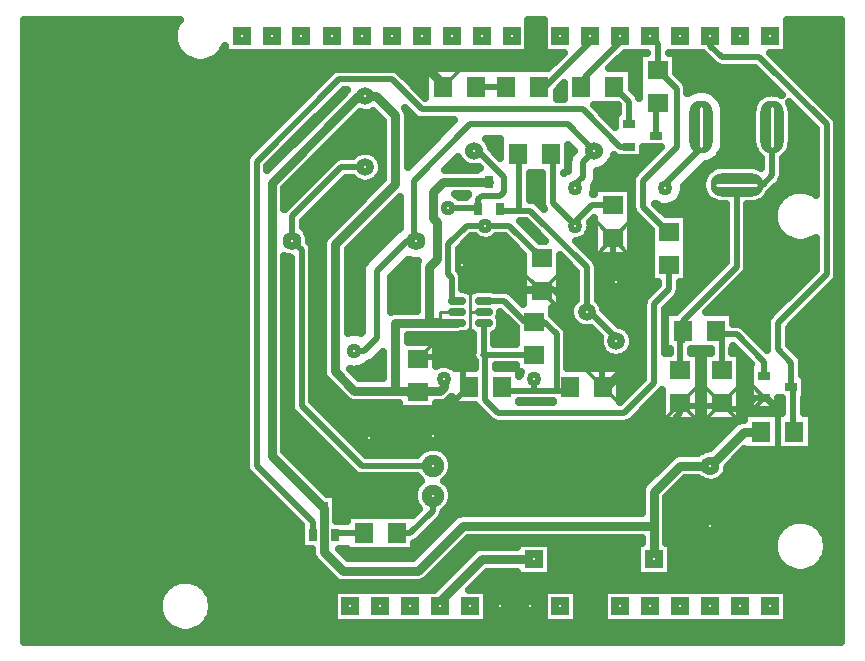
<source format=gbr>
G04 DipTrace 4.2.0.1*
G04 geiger_shield2_Top.gbr*
%MOIN*%
G04 #@! TF.FileFunction,Copper,L1,Top*
G04 #@! TF.Part,Single*
%AMOUTLINE0*
4,1,28,
-0.02874,-0.005906,
-0.02874,0.005905,
-0.028526,0.007535,
-0.027896,0.009055,
-0.026895,0.010359,
-0.025591,0.01136,
-0.024072,0.01199,
-0.022441,0.012204,
0.022441,0.012205,
0.024071,0.011991,
0.02559,0.011361,
0.026895,0.01036,
0.027896,0.009056,
0.028525,0.007536,
0.02874,0.005906,
0.02874,-0.005905,
0.028526,-0.007535,
0.027896,-0.009055,
0.026895,-0.010359,
0.025591,-0.01136,
0.024072,-0.01199,
0.022441,-0.012204,
-0.022441,-0.012205,
-0.024071,-0.011991,
-0.02559,-0.011361,
-0.026895,-0.01036,
-0.027896,-0.009056,
-0.028525,-0.007536,
-0.02874,-0.005906,
0*%
%AMOUTLINE3*
4,1,28,
0.02874,0.005906,
0.02874,-0.005905,
0.028526,-0.007535,
0.027896,-0.009055,
0.026895,-0.010359,
0.025591,-0.01136,
0.024072,-0.01199,
0.022441,-0.012204,
-0.022441,-0.012205,
-0.024071,-0.011991,
-0.02559,-0.011361,
-0.026895,-0.01036,
-0.027896,-0.009056,
-0.028525,-0.007536,
-0.02874,-0.005906,
-0.02874,0.005905,
-0.028526,0.007535,
-0.027896,0.009055,
-0.026895,0.010359,
-0.025591,0.01136,
-0.024072,0.01199,
-0.022441,0.012204,
0.022441,0.012205,
0.024071,0.011991,
0.02559,0.011361,
0.026895,0.01036,
0.027896,0.009056,
0.028525,0.007536,
0.02874,0.005906,
0*%
%ADD14C,0.01*%
G04 #@! TA.AperFunction,Conductor*
%ADD13C,0.02*%
%ADD15C,0.03*%
G04 #@! TA.AperFunction,CopperBalancing*
%ADD16C,0.025*%
%ADD17C,0.013*%
G04 #@! TA.AperFunction,ComponentPad*
%ADD18R,0.059055X0.059055*%
%ADD19C,0.050394*%
%ADD20R,0.070866X0.062992*%
G04 #@! TA.AperFunction,ComponentPad*
%ADD21C,0.062992*%
%ADD22R,0.062992X0.070866*%
G04 #@! TA.AperFunction,ComponentPad*
%ADD23C,0.062598*%
%ADD24O,0.07874X0.177165*%
%ADD25O,0.177165X0.07874*%
%ADD26C,0.059055*%
%ADD27R,0.06X0.06*%
%ADD28C,0.074803*%
%ADD29R,0.025591X0.041339*%
%ADD30R,0.041339X0.025591*%
G04 #@! TA.AperFunction,ComponentPad*
%ADD31C,0.05*%
%ADD32C,0.06*%
%ADD68OUTLINE0*%
%ADD71OUTLINE3*%
%FSLAX26Y26*%
G04*
G70*
G90*
G75*
G01*
G04 Top*
%LPD*%
X1962992Y1493799D2*
D13*
Y1390256D1*
X1961318Y1388582D1*
X2131200D1*
X1968700D1*
Y1236127D1*
X2011127Y1193700D1*
X2431200D1*
X2531200Y1293700D1*
Y1556200D1*
X2581200Y1606200D1*
Y1688582D1*
X1793700Y1118700D2*
X1812451D1*
X1824951Y1106200D1*
X1579822D1*
Y1110472D1*
X2618700Y1226082D2*
Y1218700D1*
X2756200D1*
Y1226082D1*
X2018700Y549951D2*
X2118700D1*
Y556200D1*
X2168700Y606200D1*
X2568700D1*
X2718700Y756200D1*
Y806200D1*
X2943700Y1031200D1*
Y1206200D1*
X2906102Y1243798D1*
X2898424D1*
X2868798D1*
X2831200Y1206200D1*
X2756200D1*
Y1226082D1*
X1793700Y1118700D2*
X2543700D1*
X2618700Y1193700D1*
Y1226082D1*
X2718700Y818700D2*
Y806200D1*
X2018700Y549951D2*
Y518700D1*
X1968700Y468700D1*
X1456200D1*
X1156200Y768700D1*
Y2093700D1*
X1418700Y2356200D1*
X1768700D1*
X1826082Y2298818D1*
Y2281200D1*
X1793700Y1118700D2*
X1868700Y1193700D1*
Y1236318D1*
X1913582Y1281200D1*
X1962991Y1531201D2*
D14*
X1918700D1*
Y1456200D1*
D13*
X1893700Y1431200D1*
Y1381200D1*
Y1281200D1*
X1913582D1*
X1918700Y1531201D2*
D14*
Y1606200D1*
D13*
Y1631200D1*
X2068700D1*
X2093700Y1606200D1*
X2193700D1*
X2243700Y1556200D1*
Y1493700D1*
X2356200Y1381200D1*
Y1281200D1*
Y1268700D1*
X2368700D1*
X2468700Y1368700D1*
Y1568700D1*
X2407775Y1629625D1*
X2405413D1*
Y1644487D1*
X2393701Y1656199D1*
Y1776082D1*
X2156200Y1601082D2*
X2098818D1*
X2093700Y1606200D1*
X2361318Y1281200D2*
X2356200D1*
X1892322Y1685649D2*
X1918700Y1659271D1*
Y1631200D1*
X1743699Y1373818D2*
Y1381200D1*
X1893700D1*
X2131200Y1498818D2*
X2101082D1*
X2031298Y1568602D1*
X1962991D1*
X2023818Y1281200D2*
Y1268700D1*
X2131200D1*
X2206200D1*
Y1456392D1*
X2163773Y1498818D1*
X2131200D1*
Y1306204D2*
Y1268700D1*
X2238582D1*
X2251082Y1281200D1*
X2568700Y1943700D2*
Y1956200D1*
X2688088Y2075588D1*
Y2148126D1*
X1737499Y1768700D2*
X1706855D1*
X1606200Y1668045D1*
Y1444355D1*
X1563773Y1401928D1*
X1532578D1*
X2331200Y2068707D2*
X2293700Y2031207D1*
Y1981200D1*
X2268700Y1956200D1*
Y1943700D1*
X1737499Y1768700D2*
X1731200D1*
Y1968700D1*
X1918700Y2156200D1*
X2243707D1*
X2331200Y2068707D1*
X1968700Y1818696D2*
X2048823D1*
X2156200Y1711318D1*
X1968700Y1818696D2*
X1906196D1*
X1843700Y1756200D1*
Y1656200D1*
X1856200Y1643700D1*
Y1568601D1*
X1874408D1*
X1324901Y1768700D2*
Y1849901D1*
X1488090Y2013090D1*
X1568700D1*
X1793700Y1018700D2*
X1556200D1*
X1356200Y1218700D1*
Y1737401D1*
X1324901Y1768700D1*
X1393798Y785924D2*
Y831102D1*
X1206200Y1018700D1*
Y2031200D1*
X1481200Y2306200D1*
X1656200D1*
X1756200Y2206200D1*
X2293700D1*
X2418603Y2081297D1*
X2448426D1*
X1673818Y793700D2*
X1718700D1*
X1793700Y868700D1*
Y918700D1*
X1468602Y785924D2*
Y793700D1*
X1563582D1*
X2398818Y2281202D2*
X2448424Y2231596D1*
Y2156100D1*
X1931200Y2068693D2*
X1943707D1*
X2031200Y1981200D1*
Y1931200D1*
X2018700Y1918700D1*
X1956200D1*
X1943800Y1906300D1*
Y1873423D1*
X1845078Y1876751D2*
X1935849D1*
X1943800Y1868800D1*
Y1873423D1*
X2618700Y1336318D2*
Y1431200D1*
X2626082Y1438582D1*
Y1468699D1*
Y1501082D1*
X2806204Y1681204D1*
Y1955216D1*
X2892716D1*
X2924308Y1986808D1*
Y2148133D1*
X2736318Y1468701D2*
X2748819Y1456200D1*
X2806200D1*
X2898424Y1363976D1*
Y1318602D1*
X2756200Y1336318D2*
Y1468701D1*
X2736318D1*
X1818700Y549951D2*
D15*
Y568700D1*
X1956200Y706200D1*
X2131200D1*
X2038582Y2281200D2*
D13*
X1936318D1*
X2148818D2*
X2168700D1*
X2318700Y2431200D1*
Y2449951D1*
X2393699Y1886318D2*
X2323818D1*
X2268700Y1831200D1*
Y1818704D1*
Y1831200D2*
X2256200D1*
X2193700Y1893700D1*
Y2056200D1*
X2186318D1*
X2306987Y1531200D2*
X2318700D1*
X2405413Y1444487D1*
Y1432775D1*
X2093700Y2056200D2*
X2076082D1*
X2018603Y1873426D2*
Y1868700D1*
X2306987Y1531200D2*
Y1680413D1*
X2118700Y1868700D1*
X2080153D1*
X2023329D1*
X2018603Y1873426D1*
X2080153Y1868700D2*
Y2052129D1*
X2076082Y2056200D1*
X2538976Y2118701D2*
Y2221358D1*
X2543700Y2226082D1*
Y2336318D2*
Y2424951D1*
X2518700Y2449951D1*
X2581200Y1798818D2*
X2576082D1*
X2493700Y1881200D1*
Y1968700D1*
X2606200Y2081200D1*
Y2273818D1*
X2543700Y2336318D1*
X2988976Y1281200D2*
X2993700Y1276476D1*
Y1158863D1*
X2998818Y1153745D1*
Y1131201D1*
X2988976Y1281200D2*
Y1360924D1*
X2943700Y1406200D1*
Y1493700D1*
X3106200Y1656200D1*
Y2156200D1*
X2881200Y2381200D1*
X2756200D1*
X2718700Y2418700D1*
Y2449951D1*
X2418700D2*
Y2431200D1*
X2301085Y2313585D1*
Y2293701D1*
X2288582Y2281198D1*
X1431200Y876476D2*
D15*
X1256200Y1051476D1*
Y1959785D1*
X1545725Y2249310D1*
X1568700D1*
X1831200Y1306196D2*
Y1281200D1*
X1818700Y1268700D1*
X1668700D1*
Y1493798D1*
X1781200D1*
X1874409D1*
X1818700Y1268700D2*
X1532339D1*
X1468700Y1332339D1*
Y1756200D1*
X1668700Y1956200D1*
Y2185671D1*
X1605061Y2249310D1*
X1568700D1*
X2888582Y1131199D2*
X2881199D1*
X1874409Y1531199D2*
D14*
X1818700D1*
Y1506200D1*
X1781200D1*
D15*
Y1493798D1*
X1981198Y1963976D2*
X1826476D1*
X1793700Y1931200D1*
Y1843700D1*
X1806200Y1831200D1*
Y1706200D1*
X1781200Y1681200D1*
Y1506200D1*
X1743701Y1263582D2*
X1668700Y1268700D1*
X2888582Y1131199D2*
X2831199D1*
X2718700Y1018700D1*
X2618700D1*
X2531200Y931200D1*
Y818700D1*
Y706200D1*
X1431200Y876476D2*
Y731200D1*
X1493700Y668700D1*
X1743700D1*
X1893700Y818700D1*
X2531200D1*
X434709Y2480331D2*
D16*
X933146D1*
X2114663D2*
X2160744D1*
X2976655D2*
X3152709D1*
X434709Y2455462D2*
X927943D1*
X2114663D2*
X2160744D1*
X2976655D2*
X3152709D1*
X434709Y2430594D2*
X929917D1*
X2114663D2*
X2160744D1*
X2976655D2*
X3152709D1*
X434709Y2405725D2*
X939623D1*
X2114663D2*
X2160744D1*
X2976655D2*
X3152709D1*
X434709Y2380856D2*
X961010D1*
X1076390D2*
X2215055D1*
X2421670D2*
X2479844D1*
X2607550D2*
X2703241D1*
X2934850D2*
X3152709D1*
X434709Y2355987D2*
X2190187D1*
X2396802D2*
X2479844D1*
X2607550D2*
X2728109D1*
X2959718D2*
X3152709D1*
X434709Y2331119D2*
X1452821D1*
X1684591D2*
X1766162D1*
X2458739D2*
X2479844D1*
X2607550D2*
X2877979D1*
X2984585D2*
X3152709D1*
X434709Y2306250D2*
X1427935D1*
X1709459D2*
X1766162D1*
X2458739D2*
X2479844D1*
X2627071D2*
X2902847D1*
X3009453D2*
X3152709D1*
X434709Y2281381D2*
X1403068D1*
X1734327D2*
X1766162D1*
X2458739D2*
X2479844D1*
X2643829D2*
X2927715D1*
X3034321D2*
X3152709D1*
X434709Y2256512D2*
X1378200D1*
X1484824D2*
X1492545D1*
X2208733D2*
X2228655D1*
X2740322D2*
X2894181D1*
X3059189D2*
X3152709D1*
X434709Y2231644D2*
X1353332D1*
X1459956D2*
X1467677D1*
X2759861D2*
X2866245D1*
X3084056D2*
X3152709D1*
X434709Y2206775D2*
X1328464D1*
X1435088D2*
X1442809D1*
X2346439D2*
X2409996D1*
X2767307D2*
X2857202D1*
X2991421D2*
X3002318D1*
X3108924D2*
X3152709D1*
X434709Y2181906D2*
X1303597D1*
X1410221D2*
X1417942D1*
X1538704D2*
X1612093D1*
X1712132D2*
X1727191D1*
X2371307D2*
X2399320D1*
X2767899D2*
X2856503D1*
X2992103D2*
X3027186D1*
X3133792D2*
X3152709D1*
X434709Y2157037D2*
X1278729D1*
X1385335D2*
X1393074D1*
X1513836D2*
X1625280D1*
X1712132D2*
X1849251D1*
X2767899D2*
X2856521D1*
X2992103D2*
X3052054D1*
X3144611D2*
X3152709D1*
X434709Y2132169D2*
X1253861D1*
X1360467D2*
X1368206D1*
X1488968D2*
X1625280D1*
X1712132D2*
X1824384D1*
X2767899D2*
X2856521D1*
X2992103D2*
X3067771D1*
X3144629D2*
X3152709D1*
X434709Y2107300D2*
X1228993D1*
X1335599D2*
X1343338D1*
X1464101D2*
X1625280D1*
X1712132D2*
X1799516D1*
X1974159D2*
X2016167D1*
X2767899D2*
X2856521D1*
X2992103D2*
X3067771D1*
X3144629D2*
X3152709D1*
X434709Y2082431D2*
X1204126D1*
X1310732D2*
X1318471D1*
X1439215D2*
X1625280D1*
X1712132D2*
X1774648D1*
X1987920D2*
X2016167D1*
X2766123D2*
X2858638D1*
X2989986D2*
X3067771D1*
X3144629D2*
X3152709D1*
X434709Y2057562D2*
X1179258D1*
X1285864D2*
X1293603D1*
X1414347D2*
X1533076D1*
X1604318D2*
X1625280D1*
X1712132D2*
X1749781D1*
X2008141D2*
X2016167D1*
X2497529D2*
X2529257D1*
X2755896D2*
X2871287D1*
X2977337D2*
X3067771D1*
X3144629D2*
X3152709D1*
X434709Y2032693D2*
X1167811D1*
X1260996D2*
X1268735D1*
X1389480D2*
X1454382D1*
X1712132D2*
X1724913D1*
X1865483D2*
X1885907D1*
X2391294D2*
X2504389D1*
X2730472D2*
X2885874D1*
X2962732D2*
X3067771D1*
X3144629D2*
X3152709D1*
X434709Y2007825D2*
X1167775D1*
X1364612D2*
X1429514D1*
X1840616D2*
X1939985D1*
X2363843D2*
X2479521D1*
X2690604D2*
X2715819D1*
X2962732D2*
X3067771D1*
X3144629D2*
X3152709D1*
X434709Y1982956D2*
X1167775D1*
X1339744D2*
X1404646D1*
X1617757D2*
X1625280D1*
X2118574D2*
X2155272D1*
X2344124D2*
X2458224D1*
X2665736D2*
X2695383D1*
X2962535D2*
X3067771D1*
X3144629D2*
X3152709D1*
X434709Y1958087D2*
X1167775D1*
X1314876D2*
X1379779D1*
X1486385D2*
X1559146D1*
X1578248D2*
X1610209D1*
X2118574D2*
X2155272D1*
X2338186D2*
X2455282D1*
X2640869D2*
X2689264D1*
X2948899D2*
X3067771D1*
X3144629D2*
X3152709D1*
X434709Y1933218D2*
X1167775D1*
X1299626D2*
X1354911D1*
X1461517D2*
X1585341D1*
X2118574D2*
X2155272D1*
X2633261D2*
X2693014D1*
X2924031D2*
X2986421D1*
X3050989D2*
X3067771D1*
X3144629D2*
X3152709D1*
X434709Y1908350D2*
X1167775D1*
X1299626D2*
X1330043D1*
X1436649D2*
X1560474D1*
X2118574D2*
X2155272D1*
X2623268D2*
X2709019D1*
X2903380D2*
X2949784D1*
X3144629D2*
X3152709D1*
X434709Y1883481D2*
X1167775D1*
X1411782D2*
X1535606D1*
X1656350D2*
X1680775D1*
X2589483D2*
X2767779D1*
X2844637D2*
X2934371D1*
X3144629D2*
X3152709D1*
X434709Y1858612D2*
X1167775D1*
X1386914D2*
X1510738D1*
X1631482D2*
X1680775D1*
X2569603D2*
X2767779D1*
X2844637D2*
X2928199D1*
X3144629D2*
X3152709D1*
X434709Y1833743D2*
X1167775D1*
X1363320D2*
X1485870D1*
X1606615D2*
X1680775D1*
X2457554D2*
X2487846D1*
X2645067D2*
X2767779D1*
X2844637D2*
X2929258D1*
X3144629D2*
X3152709D1*
X434709Y1808875D2*
X1167775D1*
X1368146D2*
X1461003D1*
X1581747D2*
X1678210D1*
X2111954D2*
X2125219D1*
X2321177D2*
X2329848D1*
X2457554D2*
X2512714D1*
X2645067D2*
X2767779D1*
X2844637D2*
X2937888D1*
X3144629D2*
X3152709D1*
X434709Y1784006D2*
X1167775D1*
X1382536D2*
X1436171D1*
X1556879D2*
X1651871D1*
X2136822D2*
X2150087D1*
X2308474D2*
X2329848D1*
X2457554D2*
X2517343D1*
X2645067D2*
X2767779D1*
X2844637D2*
X2957283D1*
X3144629D2*
X3152709D1*
X434709Y1759137D2*
X1167775D1*
X1387309D2*
X1425387D1*
X1532012D2*
X1627003D1*
X1899950D2*
X2055083D1*
X2281560D2*
X2329848D1*
X2457554D2*
X2517343D1*
X2645067D2*
X2767779D1*
X2844637D2*
X3067771D1*
X3144629D2*
X3152709D1*
X434709Y1734268D2*
X1167775D1*
X1394629D2*
X1425280D1*
X1512132D2*
X1602135D1*
X1882134D2*
X2079951D1*
X2306446D2*
X2329848D1*
X2457554D2*
X2517343D1*
X2645067D2*
X2767779D1*
X2844637D2*
X3067771D1*
X3144629D2*
X3152709D1*
X434709Y1709399D2*
X1167775D1*
X1299626D2*
X1317771D1*
X1394629D2*
X1425280D1*
X1512132D2*
X1577267D1*
X1882134D2*
X2092349D1*
X2331314D2*
X2517343D1*
X2645067D2*
X2767779D1*
X2844637D2*
X3067771D1*
X3144629D2*
X3152709D1*
X434709Y1684531D2*
X1167775D1*
X1299626D2*
X1317771D1*
X1394629D2*
X1425280D1*
X1512132D2*
X1558697D1*
X1692970D2*
X1737903D1*
X1882134D2*
X2092349D1*
X2220055D2*
X2249558D1*
X2345183D2*
X2517343D1*
X2645067D2*
X2756224D1*
X2844637D2*
X3067771D1*
X3144629D2*
X3152709D1*
X434709Y1659662D2*
X1167775D1*
X1299626D2*
X1317771D1*
X1394629D2*
X1425280D1*
X1512132D2*
X1555773D1*
X1668102D2*
X1737777D1*
X1890889D2*
X2092349D1*
X2220055D2*
X2268558D1*
X2345416D2*
X2517343D1*
X2645067D2*
X2731357D1*
X2837460D2*
X3056360D1*
X3144629D2*
X3152709D1*
X434709Y1634793D2*
X1167775D1*
X1299626D2*
X1317771D1*
X1394629D2*
X1425280D1*
X1512132D2*
X1555773D1*
X1656637D2*
X1737777D1*
X1894621D2*
X2092349D1*
X2220055D2*
X2268558D1*
X2345416D2*
X2517343D1*
X2645067D2*
X2706489D1*
X2813095D2*
X3031492D1*
X3137560D2*
X3152709D1*
X434709Y1609924D2*
X1167775D1*
X1299626D2*
X1317771D1*
X1394629D2*
X1425280D1*
X1512132D2*
X1555773D1*
X1656637D2*
X1737777D1*
X1894621D2*
X2092349D1*
X2220055D2*
X2268558D1*
X2345416D2*
X2531625D1*
X2619625D2*
X2681621D1*
X2788227D2*
X3006624D1*
X3113230D2*
X3152709D1*
X434709Y1585056D2*
X1167775D1*
X1299626D2*
X1317771D1*
X1394629D2*
X1425280D1*
X1512132D2*
X1555773D1*
X1656637D2*
X1737777D1*
X2068157D2*
X2092349D1*
X2220055D2*
X2268558D1*
X2345416D2*
X2506757D1*
X2612736D2*
X2656753D1*
X2763359D2*
X2981756D1*
X3088362D2*
X3152709D1*
X434709Y1560187D2*
X1167775D1*
X1299626D2*
X1317771D1*
X1394629D2*
X1425280D1*
X1512132D2*
X1555773D1*
X1656637D2*
X1737777D1*
X2220055D2*
X2257219D1*
X2356756D2*
X2492996D1*
X2588496D2*
X2631886D1*
X2738492D2*
X2956889D1*
X3063495D2*
X3152709D1*
X434709Y1535318D2*
X1167775D1*
X1299626D2*
X1317771D1*
X1394629D2*
X1425280D1*
X1512132D2*
X1555773D1*
X1656637D2*
X1737777D1*
X2195062D2*
X2249181D1*
X2367880D2*
X2492781D1*
X2569621D2*
X2607018D1*
X2713624D2*
X2932003D1*
X3038627D2*
X3152709D1*
X434709Y1510449D2*
X1167775D1*
X1299626D2*
X1317771D1*
X1394629D2*
X1425280D1*
X1512132D2*
X1555773D1*
X2018314D2*
X2036136D1*
X2205450D2*
X2253056D1*
X2392765D2*
X2492781D1*
X2796247D2*
X2909414D1*
X3013759D2*
X3152709D1*
X434709Y1485581D2*
X1167775D1*
X1299626D2*
X1317771D1*
X1394629D2*
X1425280D1*
X1512132D2*
X1555773D1*
X2020072D2*
X2061022D1*
X2230318D2*
X2272954D1*
X2424846D2*
X2492781D1*
X2829368D2*
X2905269D1*
X2988892D2*
X3152709D1*
X434709Y1460712D2*
X1167775D1*
X1299626D2*
X1317771D1*
X1394629D2*
X1425280D1*
X2005234D2*
X2067338D1*
X2244366D2*
X2335877D1*
X2455814D2*
X2492781D1*
X2854990D2*
X2905269D1*
X2982127D2*
X3152709D1*
X434709Y1435843D2*
X1167775D1*
X1299626D2*
X1317771D1*
X1394629D2*
X1425280D1*
X1712132D2*
X1924572D1*
X2001413D2*
X2067338D1*
X2244618D2*
X2347539D1*
X2463278D2*
X2492781D1*
X2879857D2*
X2905269D1*
X2982127D2*
X3152709D1*
X434709Y1410974D2*
X1167775D1*
X1299626D2*
X1317771D1*
X1394629D2*
X1425280D1*
X1807566D2*
X1924572D1*
X2244618D2*
X2351917D1*
X2458900D2*
X2492781D1*
X2992229D2*
X3152709D1*
X434709Y1386106D2*
X1167775D1*
X1299626D2*
X1317771D1*
X1394629D2*
X1425280D1*
X1807566D2*
X1922976D1*
X2244618D2*
X2372963D1*
X2437854D2*
X2492781D1*
X2682566D2*
X2692350D1*
X3017096D2*
X3152709D1*
X434709Y1361237D2*
X1167775D1*
X1299626D2*
X1317771D1*
X1394629D2*
X1425280D1*
X1591615D2*
X1625280D1*
X1807566D2*
X1930278D1*
X2244618D2*
X2492781D1*
X2682566D2*
X2692350D1*
X2820056D2*
X2847855D1*
X3027395D2*
X3152709D1*
X434709Y1336368D2*
X1167775D1*
X1299626D2*
X1317771D1*
X1394629D2*
X1425280D1*
X1525050D2*
X1625280D1*
X2421240D2*
X2492781D1*
X2682566D2*
X2692350D1*
X2820056D2*
X2849326D1*
X3027395D2*
X3152709D1*
X434709Y1311499D2*
X1167775D1*
X1299626D2*
X1317771D1*
X1394629D2*
X1430985D1*
X1549918D2*
X1625280D1*
X2421240D2*
X2492781D1*
X2682566D2*
X2692350D1*
X2820056D2*
X2849326D1*
X3038071D2*
X3152709D1*
X434709Y1286630D2*
X1167775D1*
X1299626D2*
X1317771D1*
X1394629D2*
X1454023D1*
X2421240D2*
X2470819D1*
X2682566D2*
X2692350D1*
X2820056D2*
X2849326D1*
X3038071D2*
X3152709D1*
X434709Y1261762D2*
X1167775D1*
X1299626D2*
X1317771D1*
X1394629D2*
X1478909D1*
X2421240D2*
X2445952D1*
X2682566D2*
X2692350D1*
X2820056D2*
X2849326D1*
X3038071D2*
X3152709D1*
X434709Y1236893D2*
X1167775D1*
X1299626D2*
X1317771D1*
X1394629D2*
X1504082D1*
X2527708D2*
X2554842D1*
X2682566D2*
X2692350D1*
X2820056D2*
X2849326D1*
X2947517D2*
X2955274D1*
X3032132D2*
X3152709D1*
X434709Y1212024D2*
X1167775D1*
X1299626D2*
X1318399D1*
X1416177D2*
X1679842D1*
X1807566D2*
X1939554D1*
X2502822D2*
X2554842D1*
X2682566D2*
X2692350D1*
X2820056D2*
X2849326D1*
X2947517D2*
X2955274D1*
X3032132D2*
X3152709D1*
X434709Y1187155D2*
X1167775D1*
X1299626D2*
X1334439D1*
X1441045D2*
X1964368D1*
X2477955D2*
X2554842D1*
X2682566D2*
X2692350D1*
X2820056D2*
X2828657D1*
X3058740D2*
X3152709D1*
X434709Y1162287D2*
X1167775D1*
X1299626D2*
X1359307D1*
X1465913D2*
X1991191D1*
X2451131D2*
X2802084D1*
X3058740D2*
X3152709D1*
X434709Y1137418D2*
X1167775D1*
X1299626D2*
X1384175D1*
X1490781D2*
X2777037D1*
X3058740D2*
X3152709D1*
X434709Y1112549D2*
X1167775D1*
X1299626D2*
X1409042D1*
X1515648D2*
X2752169D1*
X3058740D2*
X3152709D1*
X434709Y1087680D2*
X1167775D1*
X1299626D2*
X1433910D1*
X1540534D2*
X2727302D1*
X3058740D2*
X3152709D1*
X434709Y1062812D2*
X1167775D1*
X1305241D2*
X1458778D1*
X1565402D2*
X1745762D1*
X1841638D2*
X2679432D1*
X2823196D2*
X3152709D1*
X434709Y1037943D2*
X1167775D1*
X1330109D2*
X1483645D1*
X1856530D2*
X2577557D1*
X2798329D2*
X3152709D1*
X434709Y1013074D2*
X1168223D1*
X1354977D2*
X1508513D1*
X1859275D2*
X2552689D1*
X2778341D2*
X3152709D1*
X434709Y988205D2*
X1183385D1*
X1379845D2*
X1534709D1*
X1851704D2*
X2527821D1*
X2769854D2*
X3152709D1*
X434709Y963336D2*
X1208252D1*
X1404712D2*
X1746282D1*
X1841118D2*
X2502954D1*
X2623716D2*
X2700963D1*
X2736428D2*
X3152709D1*
X434709Y938468D2*
X1233120D1*
X1429580D2*
X1731031D1*
X1856369D2*
X2488421D1*
X2598848D2*
X3152709D1*
X434709Y913599D2*
X1257988D1*
X1472426D2*
X1728071D1*
X1859329D2*
X2487775D1*
X2574627D2*
X3152709D1*
X434709Y888730D2*
X1282856D1*
X1472749D2*
X1735409D1*
X1851991D2*
X2487775D1*
X2574627D2*
X3152709D1*
X434709Y863861D2*
X1307741D1*
X1474633D2*
X1735552D1*
X1831806D2*
X2487775D1*
X2574627D2*
X3152709D1*
X434709Y838993D2*
X1332609D1*
X1474633D2*
X1503669D1*
X1817291D2*
X1853611D1*
X2574627D2*
X3152709D1*
X434709Y814124D2*
X1352578D1*
X1792423D2*
X1828744D1*
X2574627D2*
X2955346D1*
X3082047D2*
X3152709D1*
X434709Y789255D2*
X1352578D1*
X1767555D2*
X1803876D1*
X2574627D2*
X2936973D1*
X3100420D2*
X3152709D1*
X434709Y764386D2*
X1352578D1*
X1741970D2*
X1779008D1*
X1899771D2*
X2487775D1*
X2574627D2*
X2928953D1*
X3108440D2*
X3152709D1*
X434709Y739518D2*
X1352578D1*
X1733734D2*
X1754140D1*
X1874903D2*
X1929937D1*
X2189625D2*
X2472775D1*
X2589626D2*
X2928379D1*
X3109014D2*
X3152709D1*
X434709Y714649D2*
X1391280D1*
X1508131D2*
X1729273D1*
X1850035D2*
X1904280D1*
X2189625D2*
X2472775D1*
X2589626D2*
X2935125D1*
X3102286D2*
X3152709D1*
X434709Y689780D2*
X1412236D1*
X1825149D2*
X1879394D1*
X2189625D2*
X2472775D1*
X2589626D2*
X2951398D1*
X3086012D2*
X3152709D1*
X434709Y664911D2*
X1437104D1*
X1800282D2*
X1854526D1*
X1975289D2*
X2072774D1*
X2189625D2*
X2472775D1*
X2589626D2*
X2991930D1*
X3045463D2*
X3152709D1*
X434709Y640043D2*
X1461971D1*
X1775414D2*
X1829659D1*
X1950421D2*
X3152709D1*
X434709Y615174D2*
X906484D1*
X1030925D2*
X1804791D1*
X1925553D2*
X3152709D1*
X434709Y590305D2*
X887519D1*
X1049890D2*
X1460733D1*
X1976652D2*
X2160744D1*
X2276662D2*
X2360745D1*
X2976655D2*
X3152709D1*
X434709Y565436D2*
X879140D1*
X1058268D2*
X1460733D1*
X1976652D2*
X2160744D1*
X2276662D2*
X2360745D1*
X2976655D2*
X3152709D1*
X434709Y540567D2*
X878261D1*
X1059130D2*
X1460733D1*
X1976652D2*
X2160744D1*
X2276662D2*
X2360745D1*
X2976655D2*
X3152709D1*
X434709Y515699D2*
X884667D1*
X1052724D2*
X1460733D1*
X1976652D2*
X2160744D1*
X2276662D2*
X2360745D1*
X2976655D2*
X3152709D1*
X434709Y490830D2*
X900438D1*
X1036971D2*
X3152709D1*
X434709Y465961D2*
X938511D1*
X998880D2*
X3152709D1*
X434709Y441092D2*
X3152709D1*
X2872426Y605411D2*
X2974161D1*
Y494490D1*
X2363239D1*
Y605411D1*
X2872426D1*
X2473814Y2257012D2*
X2456240Y2274586D1*
Y2342560D1*
X2380865Y2342558D1*
X2432806Y2394498D1*
X2507774Y2394494D1*
X2507775Y2393739D1*
X2482342D1*
Y2243434D1*
X2172426Y605411D2*
X2274161D1*
Y494490D1*
X2163239D1*
Y605411D1*
X2172426D1*
X1056657Y540781D2*
X1055216Y531637D1*
X1052828Y522694D1*
X1049518Y514050D1*
X1045323Y505798D1*
X1040288Y498031D1*
X1034469Y490832D1*
X1027929Y484282D1*
X1020740Y478450D1*
X1012981Y473402D1*
X1004737Y469193D1*
X996098Y465869D1*
X987159Y463465D1*
X978018Y462010D1*
X968774Y461517D1*
X959530Y461994D1*
X950386Y463434D1*
X941443Y465823D1*
X932799Y469133D1*
X924548Y473328D1*
X916780Y478363D1*
X909582Y484182D1*
X903031Y490722D1*
X897200Y497911D1*
X892152Y505670D1*
X887942Y513914D1*
X884618Y522553D1*
X882215Y531492D1*
X880759Y540633D1*
X880267Y549876D1*
X880743Y559120D1*
X882184Y568264D1*
X884572Y577207D1*
X887882Y585852D1*
X892077Y594103D1*
X897112Y601870D1*
X902931Y609069D1*
X909471Y615620D1*
X916660Y621451D1*
X924419Y626499D1*
X932663Y630708D1*
X941302Y634033D1*
X950241Y636436D1*
X959382Y637892D1*
X968626Y638384D1*
X977870Y637907D1*
X987014Y636467D1*
X995957Y634079D1*
X1004601Y630769D1*
X1012852Y626573D1*
X1020620Y621538D1*
X1027818Y615719D1*
X1034369Y609179D1*
X1040200Y601991D1*
X1045248Y594232D1*
X1049458Y585988D1*
X1052782Y577349D1*
X1055185Y568410D1*
X1056641Y559268D1*
X1057133Y549951D1*
X1056657Y540781D1*
X3106657Y740781D2*
X3105216Y731637D1*
X3102828Y722694D1*
X3099518Y714050D1*
X3095323Y705798D1*
X3090288Y698031D1*
X3084469Y690832D1*
X3077929Y684282D1*
X3070740Y678450D1*
X3062981Y673402D1*
X3054737Y669193D1*
X3046098Y665869D1*
X3037159Y663465D1*
X3028018Y662010D1*
X3018774Y661517D1*
X3009530Y661994D1*
X3000386Y663434D1*
X2991443Y665823D1*
X2982799Y669133D1*
X2974548Y673328D1*
X2966780Y678363D1*
X2959582Y684182D1*
X2953031Y690722D1*
X2947200Y697911D1*
X2942152Y705670D1*
X2937942Y713914D1*
X2934618Y722553D1*
X2932215Y731492D1*
X2930759Y740633D1*
X2930267Y749876D1*
X2930743Y759120D1*
X2932184Y768264D1*
X2934572Y777207D1*
X2937882Y785852D1*
X2942077Y794103D1*
X2947112Y801870D1*
X2952931Y809069D1*
X2959471Y815620D1*
X2966660Y821451D1*
X2974419Y826499D1*
X2982663Y830708D1*
X2991302Y834033D1*
X3000241Y836436D1*
X3009382Y837892D1*
X3018626Y838384D1*
X3027870Y837907D1*
X3037014Y836467D1*
X3045957Y834079D1*
X3054601Y830769D1*
X3062852Y826573D1*
X3070620Y821538D1*
X3077818Y815719D1*
X3084369Y809179D1*
X3090200Y801991D1*
X3095248Y794232D1*
X3099458Y785988D1*
X3102782Y777349D1*
X3105185Y768410D1*
X3106641Y759268D1*
X3107133Y749951D1*
X3106657Y740781D1*
X1597681Y1368048D2*
X1627775Y1398135D1*
X1627778Y1309626D1*
X1549289Y1309628D1*
X1518336Y1340575D1*
X1521149Y1339841D1*
X1530311Y1338839D1*
X1539521Y1339181D1*
X1548583Y1340861D1*
X1557304Y1343842D1*
X1565498Y1348061D1*
X1572990Y1353428D1*
X1574939Y1355310D1*
X1576414Y1355692D1*
X1584990Y1358946D1*
X1592795Y1363780D1*
X1597681Y1368048D1*
X1509632Y1460590D2*
X1512158Y1461665D1*
X1521074Y1464001D1*
X1530234Y1465015D1*
X1539445Y1464684D1*
X1548509Y1463015D1*
X1554890Y1460843D1*
X1558263Y1464207D1*
X1558267Y1668045D1*
X1559144Y1677175D1*
X1561745Y1685971D1*
X1565973Y1694111D1*
X1571681Y1701302D1*
X1643554Y1773187D1*
X1672961Y1802594D1*
X1680045Y1808434D1*
X1683269Y1811489D1*
X1683267Y1912886D1*
X1509629Y1739251D1*
X1509626Y1460746D1*
X2193661Y1229625D2*
Y1232773D1*
X2081245Y1232775D1*
X2081240Y1229622D1*
X2193660Y1229626D1*
X2149592Y1768739D2*
X2167857D1*
X2103824Y1832769D1*
X2085550Y1832775D1*
X2149583Y1768742D1*
X1881588Y1669118D2*
X1879626Y1671083D1*
X1879632Y1741325D1*
X1921082Y1782770D1*
X1932731Y1782771D1*
X1933475Y1781918D1*
X1940608Y1776219D1*
X1948644Y1771886D1*
X1957325Y1769057D1*
X1966371Y1767823D1*
X1975492Y1768225D1*
X1984395Y1770249D1*
X1992793Y1773830D1*
X2000417Y1778853D1*
X2004792Y1782770D1*
X2033936Y1782776D1*
X2094842Y1721870D1*
X2094840Y1556240D1*
X2094468Y1556238D1*
X2056232Y1594466D1*
X2048880Y1599931D1*
X2040384Y1603360D1*
X2031298Y1604528D1*
X1997141D1*
X1989907Y1606420D1*
X1985410Y1606733D1*
X1940549Y1606732D1*
X1938526Y1606669D1*
X1929563Y1604802D1*
X1921481Y1600483D1*
X1914242Y1601635D1*
X1905911Y1605431D1*
X1896848Y1606732D1*
X1892126Y1606727D1*
X1892117Y1644490D1*
X1890749Y1653549D1*
X1887129Y1661974D1*
X1881588Y1669118D1*
X1744774Y1699869D2*
X1744498Y1699822D1*
X1735255Y1699504D1*
X1726052Y1700420D1*
X1717053Y1702555D1*
X1710873Y1704929D1*
X1654130Y1648187D1*
X1654133Y1532045D1*
X1659627Y1533705D1*
X1668700Y1534723D1*
X1740271D1*
X1740275Y1681200D1*
X1741301Y1690309D1*
X1744335Y1698969D1*
X1744774Y1699869D1*
X2206240Y2267928D2*
Y2242128D1*
X2231159Y2242126D1*
X2231160Y2292855D1*
X2206245Y2267938D1*
X2411015Y2194821D2*
X2412496D1*
X2412498Y2216717D1*
X2409366Y2219847D1*
X2330869Y2219840D1*
X2401832Y2148875D1*
X2401829Y2194821D1*
X2411015D1*
X2823005Y1171295D2*
X2821205Y1170885D1*
X2819434Y1170397D1*
X2817559Y1169784D1*
Y1393739D1*
X2792125Y1393748D1*
X2792134Y1407343D1*
X2793740D1*
X2793744Y1417850D1*
X2854279Y1357322D1*
X2851830D1*
Y1205077D1*
X2945019D1*
X2945026Y1242479D1*
X2957775Y1242486D1*
X2957769Y1192560D1*
X2831161Y1192557D1*
Y1172119D1*
X2823005Y1171295D1*
X1905079Y1912672D2*
Y1920018D1*
X1910597D1*
X1905079Y1912672D1*
X1942478Y2004893D2*
Y2010570D1*
X1951027D1*
X1946649Y2014945D1*
X1944988Y2014493D1*
X1935879Y2012963D1*
X1926642Y2012953D1*
X1917530Y2014464D1*
X1908791Y2017453D1*
X1900663Y2021841D1*
X1893367Y2027506D1*
X1887104Y2034295D1*
X1882044Y2042022D1*
X1879069Y2048784D1*
X1835187Y2004899D1*
X1942482Y2004901D1*
X2004622Y1342558D2*
X2069842D1*
Y1352664D1*
X2004625Y1352656D1*
X2004626Y1342550D1*
X2081240Y1331156D2*
Y1316067D1*
X2081705Y1318188D1*
X2082169Y1319966D1*
X2082697Y1321725D1*
X2083289Y1323464D1*
X2083942Y1325181D1*
X2084658Y1326874D1*
X2085434Y1328539D1*
X2086269Y1330175D1*
X2086818Y1331161D1*
X2081237Y1331160D1*
X2263270Y2068569D2*
X2263282Y2068840D1*
X2243740Y2088379D1*
Y2001464D1*
X2244143Y2001462D1*
X2245766Y2002152D1*
X2245767Y2031207D1*
X2246644Y2040338D1*
X2249245Y2049133D1*
X2253473Y2057273D1*
X2259181Y2064464D1*
X2263270Y2068565D1*
X1970519Y2108268D2*
X1975296Y2103091D1*
X1980356Y2095364D1*
X1984076Y2086909D1*
X1986353Y2077958D1*
X1986455Y2076744D1*
X2018654Y2044552D1*
X2018660Y2108262D1*
X1970724Y2108267D1*
X2128901Y1994841D2*
X2116073D1*
X2116078Y1904633D1*
X2118700Y1904625D1*
X2127787Y1903457D1*
X2136282Y1900029D1*
X2143640Y1894556D1*
X2162756Y1875451D1*
X2161872Y1877038D1*
X2161062Y1878687D1*
X2160337Y1880375D1*
X2159699Y1882098D1*
X2159151Y1883851D1*
X2158692Y1885630D1*
X2157774Y1893700D1*
Y1994834D1*
X2128897Y1994850D1*
X2232019Y1994841D2*
X2229624D1*
X2229626Y1993035D1*
X2229827Y1993007D1*
X2232032Y1994843D1*
X2015921Y1514861D2*
X2016774Y1517804D1*
X2017344Y1520811D1*
X2017625Y1523862D1*
X2017657Y1525315D1*
X2017663Y1531431D1*
X2069842Y1479245D1*
X2069834Y1424507D1*
X1998918Y1424499D1*
Y1457612D1*
X2002984Y1460868D1*
X2009876Y1466895D1*
X2014795Y1474616D1*
X2017344Y1483419D1*
X2017658Y1487912D1*
X2017657Y1499893D1*
X2016300Y1508956D1*
X2015921Y1514861D1*
X1917369Y1463046D2*
X1909545Y1458274D1*
X1900703Y1455899D1*
X1896851Y1455668D1*
X1889272D1*
X1883482Y1453890D1*
X1874409Y1452872D1*
X1709625Y1452871D1*
X1709628Y1431239D1*
X1805058D1*
Y1349899D1*
X1811226Y1353040D1*
X1819911Y1355854D1*
X1828959Y1357072D1*
X1838080Y1356654D1*
X1846979Y1354615D1*
X1855371Y1351019D1*
X1862986Y1345983D1*
X1866560Y1342560D1*
X1932776Y1342558D1*
X1932774Y1366773D1*
X1930653Y1369866D1*
X1926916Y1378231D1*
X1925417Y1387269D1*
X1926255Y1396400D1*
X1927066Y1408071D1*
Y1458623D1*
X1923152Y1460771D1*
X1917369Y1463046D1*
X2340914Y1972931D2*
X2338472Y1964081D1*
X2334386Y1955859D1*
X2331084Y1951199D1*
X2331633Y1943700D1*
X2330964Y1934546D1*
X2328968Y1925578D1*
X2327696Y1922251D1*
X2332344Y1922244D1*
X2328186D1*
X2332340Y1922240D1*
Y1943739D1*
X2455057D1*
X2455060Y1718660D1*
X2332343D1*
X2332340Y1844031D1*
X2318347Y1830040D1*
X2318815Y1827754D1*
X2319625Y1818704D1*
X2318799Y1809568D1*
X2316363Y1800769D1*
X2312394Y1792547D1*
X2307021Y1785165D1*
X2300417Y1778862D1*
X2292793Y1773839D1*
X2284395Y1770258D1*
X2275492Y1768234D1*
X2270210Y1768001D1*
X2332391Y1705816D1*
X2337990Y1698565D1*
X2341573Y1690133D1*
X2342906Y1681060D1*
X2342913Y1573437D1*
X2344557Y1571986D1*
X2350758Y1565246D1*
X2355765Y1557577D1*
X2359441Y1549189D1*
X2361687Y1540310D1*
X2361804Y1538896D1*
X2413002Y1487704D1*
X2419042Y1486527D1*
X2427704Y1483550D1*
X2435757Y1479189D1*
X2442983Y1473561D1*
X2449183Y1466821D1*
X2454190Y1459152D1*
X2457867Y1450764D1*
X2460112Y1441885D1*
X2460866Y1432775D1*
X2460106Y1423630D1*
X2457855Y1414753D1*
X2454174Y1406367D1*
X2449162Y1398701D1*
X2442957Y1391965D1*
X2435728Y1386342D1*
X2427672Y1381985D1*
X2419009Y1379014D1*
X2409975Y1377510D1*
X2400816Y1377513D1*
X2391783Y1379023D1*
X2383121Y1381999D1*
X2375068Y1386361D1*
X2367843Y1391988D1*
X2361642Y1398729D1*
X2356635Y1406397D1*
X2352959Y1414786D1*
X2350713Y1423665D1*
X2349960Y1432792D1*
X2350719Y1441919D1*
X2352027Y1447078D1*
X2321437Y1477656D1*
X2320583Y1477440D1*
X2311549Y1475935D1*
X2302391Y1475938D1*
X2293358Y1477448D1*
X2284696Y1480425D1*
X2276643Y1484786D1*
X2269417Y1490414D1*
X2263217Y1497154D1*
X2258210Y1504823D1*
X2254533Y1513211D1*
X2252288Y1522090D1*
X2251534Y1531217D1*
X2252294Y1540344D1*
X2254545Y1549222D1*
X2258226Y1557608D1*
X2263238Y1565274D1*
X2269443Y1572010D1*
X2271060Y1573267D1*
X2271062Y1665537D1*
X2217563Y1719030D1*
X2217559Y1543660D1*
X2192556D1*
X2192559Y1520831D1*
X2231603Y1481795D1*
X2237202Y1474544D1*
X2240785Y1466112D1*
X2242119Y1457039D1*
X2242126Y1342557D1*
X2308504Y1342549D1*
X2331456Y1342558D1*
X2418740D1*
Y1232044D1*
X2495280Y1308586D1*
X2495274Y1556183D1*
X2495997Y1563367D1*
X2498954Y1572038D1*
X2504008Y1579679D1*
X2505797Y1581603D1*
X2545280Y1621087D1*
X2545268Y1631160D1*
X2519842D1*
X2519841Y1804257D1*
X2468312Y1855782D1*
X2463739Y1861376D1*
X2459699Y1869598D1*
X2457870Y1878575D1*
X2457774Y1881200D1*
Y1968674D1*
X2458497Y1975867D1*
X2461454Y1984538D1*
X2466509Y1992179D1*
X2468297Y1994103D1*
X2554181Y2079980D1*
X2495021D1*
Y2042576D1*
X2401831D1*
Y2049529D1*
X2401013Y2049973D1*
X2397066Y2052535D1*
X2396639Y2050468D1*
X2393546Y2041728D1*
X2389292Y2033490D1*
X2383955Y2025907D1*
X2377636Y2019123D1*
X2370452Y2013261D1*
X2362536Y2008433D1*
X2354037Y2004728D1*
X2345112Y2002214D1*
X2341641Y2001732D1*
X2341633Y1981224D1*
X2340914Y1972931D1*
X1709627Y2014915D2*
X1864991Y2170279D1*
X1756200Y2170274D1*
X1747113Y2171443D1*
X1738618Y2174871D1*
X1731260Y2180344D1*
X1701653Y2209940D1*
X1703354Y2207443D1*
X1704296Y2205865D1*
X1705167Y2204248D1*
X1705964Y2202592D1*
X1706685Y2200903D1*
X1707331Y2199183D1*
X1707898Y2197436D1*
X1709533Y2188407D1*
X1709626Y2176845D1*
Y2014909D1*
X1326245Y1198869D2*
X1322199Y1207098D1*
X1320371Y1216075D1*
X1320275Y1218700D1*
X1320281Y1711804D1*
X1313487Y1712625D1*
X1304639Y1715182D1*
X1297122Y1718744D1*
X1297126Y1068427D1*
X1442484Y923069D1*
X1469921Y923070D1*
Y889725D1*
X1471869Y881041D1*
X1472126Y876431D1*
Y832519D1*
X1506161D1*
X1506160Y855059D1*
X1729256D1*
X1748594Y874401D1*
X1743618Y879943D1*
X1738509Y887648D1*
X1734576Y896015D1*
X1731903Y904865D1*
X1730547Y914011D1*
X1730537Y923256D1*
X1731873Y932404D1*
X1734528Y941260D1*
X1738443Y949635D1*
X1743536Y957351D1*
X1749698Y964243D1*
X1754947Y968620D1*
X1749795Y973064D1*
X1743618Y979943D1*
X1741737Y982780D1*
X1556200Y982774D1*
X1547113Y983942D1*
X1538618Y987371D1*
X1531260Y992844D1*
X1388137Y1135957D1*
X1330813Y1193281D1*
X1326245Y1198869D1*
X1242125Y2016317D2*
Y2003596D1*
X1486889Y2248352D1*
X1508806Y2270268D1*
X1496082Y2270274D1*
X1242123Y2016317D1*
X1665149Y2340992D2*
X1673666Y2337594D1*
X1681039Y2332156D1*
X1707340Y2305866D1*
X1768661Y2244544D1*
Y2342558D1*
X1993740Y2342549D1*
X2017906Y2342558D1*
X2179250Y2342559D1*
X2231181Y2394490D1*
X2163239D1*
Y2505199D1*
X2112161Y2505205D1*
Y2394490D1*
X1101239Y2394489D1*
Y2418200D1*
X1099518Y2414050D1*
X1095323Y2405798D1*
X1090288Y2398031D1*
X1084469Y2390832D1*
X1077929Y2384282D1*
X1070740Y2378450D1*
X1062981Y2373402D1*
X1054737Y2369193D1*
X1046098Y2365869D1*
X1037159Y2363465D1*
X1028018Y2362010D1*
X1018774Y2361517D1*
X1009530Y2361994D1*
X1000386Y2363434D1*
X991443Y2365823D1*
X982799Y2369133D1*
X974548Y2373328D1*
X966780Y2378363D1*
X959582Y2384182D1*
X953031Y2390722D1*
X947200Y2397911D1*
X942152Y2405670D1*
X937942Y2413914D1*
X934618Y2422553D1*
X932215Y2431492D1*
X930759Y2440633D1*
X930267Y2449876D1*
X930743Y2459120D1*
X932184Y2468264D1*
X934572Y2477207D1*
X937882Y2485852D1*
X942077Y2494103D1*
X947112Y2501870D1*
X949800Y2505195D1*
X432194Y2505200D1*
X432200Y2288026D1*
Y432194D1*
X676891Y432200D1*
X3155206D1*
X3155200Y649374D1*
Y2505206D1*
X2974158Y2505200D1*
X2974161Y2394490D1*
X2918711D1*
X3131603Y2181603D1*
X3137202Y2174352D1*
X3140785Y2165920D1*
X3142119Y2156848D1*
X3142126Y1963214D1*
Y1656200D1*
X3140957Y1647113D1*
X3137529Y1638618D1*
X3132056Y1631260D1*
X2995439Y1494632D1*
X2979624Y1478818D1*
X2979625Y1421085D1*
X3014379Y1386328D1*
X3019978Y1379076D1*
X3023561Y1370645D1*
X3024894Y1361572D1*
X3024901Y1319912D1*
X3035571Y1319920D1*
Y1242479D1*
X3029623D1*
X3029625Y1192565D1*
X3056240Y1192560D1*
Y1069842D1*
X2831161Y1069840D1*
Y1073276D1*
X2776082Y1018209D1*
X2775388Y1009553D1*
X2773187Y1000578D1*
X2769574Y992072D1*
X2764644Y984256D1*
X2758524Y977332D1*
X2751372Y971480D1*
X2743375Y966850D1*
X2734738Y963564D1*
X2725686Y961705D1*
X2716452Y961322D1*
X2707278Y962426D1*
X2698399Y964987D1*
X2690045Y968939D1*
X2682434Y974180D1*
X2678688Y977770D1*
X2635647Y977774D1*
X2572124Y914247D1*
X2572126Y762128D1*
X2587126Y762125D1*
Y650274D1*
X2475275D1*
Y762125D1*
X2490283D1*
X2490274Y777771D1*
X1910653Y777774D1*
X1772639Y639761D1*
X1765471Y634046D1*
X1757212Y630069D1*
X1748265Y628031D1*
X1743674Y627774D1*
X1493700D1*
X1484591Y628801D1*
X1475938Y631830D1*
X1468171Y636714D1*
X1464743Y639780D1*
X1402261Y702261D1*
X1396546Y709429D1*
X1392569Y717688D1*
X1390531Y726635D1*
X1390274Y731222D1*
X1390275Y739330D1*
X1355078D1*
Y819019D1*
X1180814Y993279D1*
X1176239Y998876D1*
X1172199Y1007098D1*
X1170371Y1016075D1*
X1170275Y1018700D1*
Y2031179D1*
X1170997Y2038368D1*
X1173954Y2047038D1*
X1179009Y2054679D1*
X1180797Y2056603D1*
X1455782Y2331589D1*
X1461376Y2336161D1*
X1469598Y2340201D1*
X1478575Y2342030D1*
X1481200Y2342126D1*
X1656178D1*
X1665149Y2340992D1*
X2907775Y1493674D2*
X2907785Y1405421D1*
X2831603Y1481603D1*
X2829679Y1483392D1*
X2822038Y1488446D1*
X2813358Y1491404D1*
X2806180Y1492126D1*
X2793740Y1492121D1*
Y1530060D1*
X2705872Y1530065D1*
X2832067Y1656269D1*
X2837533Y1663621D1*
X2840961Y1672117D1*
X2842129Y1681204D1*
Y1889921D1*
X2855418Y1889922D1*
X2858449Y1889992D1*
X2867566Y1891062D1*
X2876442Y1893399D1*
X2884902Y1896959D1*
X2892780Y1901669D1*
X2899920Y1907437D1*
X2906180Y1914150D1*
X2911437Y1921674D1*
X2913638Y1926016D1*
X2918119Y1929813D1*
X2950172Y1961874D1*
X2955637Y1969226D1*
X2959066Y1977722D1*
X2960234Y1986808D1*
X2960241Y2044417D1*
X2960420Y2044519D1*
X2967692Y2050120D1*
X2974106Y2056685D1*
X2979537Y2064085D1*
X2983876Y2072174D1*
X2987038Y2080791D1*
X2988960Y2089766D1*
X2989605Y2098922D1*
X2989602Y2197347D1*
X2989044Y2205867D1*
X2987209Y2214861D1*
X2986692Y2216623D1*
X2986124Y2218371D1*
X2985508Y2220102D1*
X2984844Y2221814D1*
X2984132Y2223508D1*
X2983372Y2225181D1*
X2982565Y2226831D1*
X2981713Y2228459D1*
X2980815Y2230062D1*
X2979731Y2231863D1*
X3070274Y2141310D1*
X3070278Y1921760D1*
X3062852Y1926573D1*
X3054601Y1930769D1*
X3045957Y1934079D1*
X3037014Y1936467D1*
X3027870Y1937907D1*
X3018626Y1938384D1*
X3009382Y1937892D1*
X3000241Y1936436D1*
X2991302Y1934033D1*
X2982663Y1930708D1*
X2974419Y1926499D1*
X2966660Y1921451D1*
X2959471Y1915620D1*
X2952931Y1909069D1*
X2947112Y1901870D1*
X2942077Y1894103D1*
X2937882Y1885852D1*
X2934572Y1877207D1*
X2932184Y1868264D1*
X2930743Y1859120D1*
X2930267Y1849876D1*
X2930759Y1840633D1*
X2932215Y1831492D1*
X2934618Y1822553D1*
X2937942Y1813914D1*
X2942152Y1805670D1*
X2947200Y1797911D1*
X2953031Y1790722D1*
X2959582Y1784182D1*
X2966780Y1778363D1*
X2974548Y1773328D1*
X2982799Y1769133D1*
X2991443Y1765823D1*
X3000386Y1763434D1*
X3009530Y1761994D1*
X3018774Y1761517D1*
X3028018Y1762010D1*
X3037159Y1763465D1*
X3046098Y1765869D1*
X3054737Y1769193D1*
X3062981Y1773402D1*
X3070278Y1778150D1*
X3070276Y1671082D1*
X2918297Y1519103D1*
X2916509Y1517179D1*
X2911454Y1509538D1*
X2908496Y1500859D1*
X2907775Y1493674D1*
X1930700Y738209D2*
X1938472Y743087D1*
X1947127Y746107D1*
X1956200Y747125D1*
X2075275Y747117D1*
Y762125D1*
X2187126D1*
Y650274D1*
X2075275D1*
Y665283D1*
X1973145Y665275D1*
X1913289Y605411D1*
X1974161D1*
Y494490D1*
X1774153Y494498D1*
X1728229Y494490D1*
X1463239D1*
Y605411D1*
X1797525Y605404D1*
X1927244Y735122D1*
X1930700Y738209D1*
X2332341Y1844034D2*
X2318347Y1830040D1*
X2749041Y2345996D2*
X2740362Y2348954D1*
X2732721Y2354009D1*
X2730797Y2355797D1*
X2693312Y2393281D1*
X2692149Y2394498D1*
X2619043Y2394490D1*
X2579633D1*
X2579626Y2393739D1*
X2605059D1*
Y2325766D1*
X2631603Y2299221D1*
X2637202Y2291970D1*
X2640786Y2283539D1*
X2642119Y2274466D1*
X2642126Y2259492D1*
X2644669Y2261297D1*
X2646201Y2262311D1*
X2647757Y2263288D1*
X2649336Y2264228D1*
X2657539Y2268350D1*
X2666173Y2271471D1*
X2675117Y2273546D1*
X2684243Y2274546D1*
X2693423Y2274457D1*
X2702529Y2273281D1*
X2711430Y2271033D1*
X2720002Y2267746D1*
X2728124Y2263465D1*
X2735682Y2258252D1*
X2742568Y2252180D1*
X2748685Y2245334D1*
X2753948Y2237811D1*
X2758282Y2229717D1*
X2761625Y2221167D1*
X2763932Y2212280D1*
X2765168Y2203183D1*
X2765390Y2197341D1*
X2765393Y2098915D1*
X2764848Y2089751D1*
X2763220Y2080715D1*
X2760533Y2071936D1*
X2756823Y2063538D1*
X2752145Y2055639D1*
X2746563Y2048350D1*
X2740156Y2041774D1*
X2733014Y2036004D1*
X2725239Y2031122D1*
X2716940Y2027195D1*
X2708234Y2024281D1*
X2703607Y2023322D1*
X2631215Y1950927D1*
X2631633Y1943700D1*
X2630964Y1934546D1*
X2628968Y1925578D1*
X2625687Y1916996D1*
X2621192Y1908983D1*
X2615577Y1901710D1*
X2608964Y1895333D1*
X2601493Y1889985D1*
X2593322Y1885783D1*
X2584627Y1882815D1*
X2575593Y1881145D1*
X2566411Y1880808D1*
X2557278Y1881812D1*
X2548389Y1884134D1*
X2546659Y1884753D1*
X2544948Y1885421D1*
X2543257Y1886139D1*
X2541587Y1886906D1*
X2539941Y1887722D1*
X2538319Y1888585D1*
X2536724Y1889496D1*
X2535411Y1890296D1*
X2569462Y1856245D1*
X2642559Y1856240D1*
Y1631160D1*
X2617126D1*
Y1606200D1*
X2615958Y1597113D1*
X2612529Y1588618D1*
X2607056Y1581260D1*
X2567120Y1541313D1*
X2567126Y1393731D1*
X2582775Y1393739D1*
X2582774Y1407339D1*
X2568661Y1407340D1*
Y1530057D1*
X2604249D1*
X2770272Y1696079D1*
X2770278Y1889916D1*
X2756993Y1889919D1*
X2747837Y1890564D1*
X2738862Y1892486D1*
X2730245Y1895648D1*
X2722156Y1899987D1*
X2714756Y1905417D1*
X2708191Y1911832D1*
X2702589Y1919104D1*
X2698063Y1927089D1*
X2694702Y1935630D1*
X2692571Y1944558D1*
X2691713Y1953696D1*
X2692145Y1962865D1*
X2693859Y1971882D1*
X2696820Y1980570D1*
X2700970Y1988757D1*
X2706227Y1996282D1*
X2712487Y2002994D1*
X2719627Y2008763D1*
X2727505Y2013473D1*
X2735965Y2017032D1*
X2744842Y2019370D1*
X2753958Y2020439D1*
X2756989Y2020510D1*
X2855414Y2020513D1*
X2864570Y2019868D1*
X2873546Y2017946D1*
X2882162Y2014784D1*
X2888379Y2011449D1*
X2888383Y2044403D1*
X2883242Y2048156D1*
X2876530Y2054416D1*
X2870761Y2061556D1*
X2866051Y2069434D1*
X2862492Y2077895D1*
X2860154Y2086771D1*
X2859084Y2095887D1*
X2859014Y2098918D1*
X2859011Y2197343D1*
X2859656Y2206499D1*
X2861578Y2215475D1*
X2864740Y2224092D1*
X2869079Y2232180D1*
X2874510Y2239580D1*
X2880924Y2246146D1*
X2888196Y2251747D1*
X2896181Y2256273D1*
X2904722Y2259635D1*
X2913650Y2261765D1*
X2922789Y2262623D1*
X2931957Y2262191D1*
X2940975Y2260478D1*
X2949663Y2257516D1*
X2951346Y2256779D1*
X2953007Y2255995D1*
X2954646Y2255164D1*
X2956260Y2254288D1*
X2957850Y2253366D1*
X2958837Y2252756D1*
X2866322Y2345272D1*
X2756217Y2345274D1*
X2749041Y2345996D1*
X1912021Y1923050D2*
X1866307D1*
X1869311Y1921765D1*
X1876959Y1916715D1*
X1881183Y1912675D1*
X1905084Y1912677D1*
X1856165Y1248288D2*
X1853889Y1246011D1*
X1856160Y1248283D1*
Y1219841D1*
X1934258D1*
X1937698Y1217974D1*
X1943297Y1210723D1*
X1986192Y1167837D1*
X1993544Y1162371D1*
X2002040Y1158943D1*
X2011127Y1157774D1*
X2431857Y1157780D1*
X2440920Y1159114D1*
X2449352Y1162698D1*
X2456603Y1168297D1*
X2557342Y1269055D1*
Y1168660D1*
X2680059D1*
Y1393739D1*
X2654626Y1393731D1*
Y1407340D1*
X2720275Y1407342D1*
Y1393739D1*
X2694842D1*
Y1168660D1*
X2814497D1*
X2814278Y1168462D1*
X2812622Y1167665D1*
X2811005Y1166795D1*
X2809427Y1165853D1*
X2802260Y1160137D1*
X2718118Y1076002D1*
X2716323Y1076072D1*
X2707151Y1074948D1*
X2698278Y1072367D1*
X2689933Y1068396D1*
X2682334Y1063138D1*
X2678687Y1059627D1*
X2618724Y1059626D1*
X2614126Y1059369D1*
X2605188Y1057331D1*
X2596929Y1053354D1*
X2589761Y1047639D1*
X2502280Y960157D1*
X2499208Y956723D1*
X2494330Y948962D1*
X2491301Y940309D1*
X2490274Y931200D1*
X2490276Y859626D1*
X1893700D1*
X1884627Y858607D1*
X1875972Y855587D1*
X1868200Y850709D1*
X1864746Y847623D1*
X1726752Y709626D1*
X1510647Y709630D1*
X1480957Y739330D1*
X1506160D1*
Y732341D1*
X1731240D1*
Y760028D1*
X1736852Y762698D1*
X1744103Y768297D1*
X1819563Y843765D1*
X1825029Y851118D1*
X1828457Y859613D1*
X1829572Y866705D1*
X1834260Y870067D1*
X1840909Y876491D1*
X1846552Y883814D1*
X1851068Y891881D1*
X1854361Y900520D1*
X1856362Y909546D1*
X1857027Y918767D1*
X1856342Y927987D1*
X1854323Y937009D1*
X1851011Y945640D1*
X1846478Y953698D1*
X1840819Y961009D1*
X1834157Y967419D1*
X1832462Y968778D1*
X1834260Y970067D1*
X1840909Y976491D1*
X1846552Y983814D1*
X1851068Y991881D1*
X1854361Y1000520D1*
X1856362Y1009546D1*
X1857027Y1018767D1*
X1856342Y1027987D1*
X1854323Y1037009D1*
X1851011Y1045640D1*
X1846478Y1053698D1*
X1840819Y1061009D1*
X1834157Y1067419D1*
X1826632Y1072790D1*
X1818406Y1077009D1*
X1809653Y1079985D1*
X1800560Y1081654D1*
X1791320Y1081982D1*
X1782132Y1080961D1*
X1773190Y1078614D1*
X1764685Y1074989D1*
X1756798Y1070164D1*
X1749698Y1064243D1*
X1743536Y1057351D1*
X1741553Y1054626D1*
X1571085Y1054621D1*
X1392125Y1233573D1*
X1392119Y1738057D1*
X1390785Y1747121D1*
X1387202Y1755553D1*
X1381648Y1762760D1*
X1382125Y1768733D1*
X1381379Y1777912D1*
X1379170Y1786852D1*
X1375555Y1795323D1*
X1370629Y1803104D1*
X1364518Y1809993D1*
X1360831Y1813000D1*
X1360828Y1835021D1*
X1502964Y1977164D1*
X1526655Y1977168D1*
X1531130Y1972303D1*
X1538356Y1966676D1*
X1546409Y1962314D1*
X1555070Y1959338D1*
X1564103Y1957828D1*
X1573262Y1957825D1*
X1582296Y1959329D1*
X1590959Y1962300D1*
X1599015Y1966657D1*
X1606245Y1972280D1*
X1612450Y1979016D1*
X1617461Y1986682D1*
X1621143Y1995068D1*
X1623394Y2003945D1*
X1624153Y2013090D1*
X1623400Y2022200D1*
X1621154Y2031079D1*
X1617478Y2039467D1*
X1612471Y2047136D1*
X1606270Y2053876D1*
X1599044Y2059504D1*
X1590991Y2063865D1*
X1582330Y2066842D1*
X1573297Y2068352D1*
X1564138Y2068355D1*
X1555104Y2066850D1*
X1546441Y2063879D1*
X1538385Y2059523D1*
X1531155Y2053900D1*
X1526653Y2049012D1*
X1488090Y2049015D1*
X1485465Y2048919D1*
X1476488Y2047090D1*
X1468259Y2043045D1*
X1462672Y2038478D1*
X1299498Y1875304D1*
X1297709Y1873380D1*
X1297126Y1872681D1*
X1297128Y1942836D1*
X1551188Y2196893D1*
X1555070Y2195558D1*
X1564103Y2194048D1*
X1573262Y2194045D1*
X1582296Y2195550D1*
X1590959Y2198521D1*
X1595514Y2200984D1*
X1627774Y2168713D1*
X1627771Y1973149D1*
X1439761Y1785139D1*
X1434066Y1778003D1*
X1430082Y1769747D1*
X1428035Y1760803D1*
X1427774Y1756177D1*
Y1332339D1*
X1428793Y1323266D1*
X1431813Y1314611D1*
X1436691Y1306839D1*
X1439777Y1303385D1*
X1503400Y1239761D1*
X1510536Y1234066D1*
X1518792Y1230082D1*
X1527736Y1228035D1*
X1532362Y1227774D1*
X1667384Y1227769D1*
X1682343Y1226749D1*
Y1206160D1*
X1805060D1*
X1805059Y1227774D1*
X1818700D1*
X1827773Y1228793D1*
X1836428Y1231813D1*
X1844200Y1236691D1*
X2618700Y1226082D2*
D17*
X2676126Y1168656D1*
Y1283508D2*
X2561274Y1168656D1*
X2361318Y1281200D2*
X2418744Y1338626D1*
X2303892D2*
X2418744Y1223774D1*
X2336274Y1833506D2*
X2451129Y1718658D1*
X2451126Y1833509D2*
X2336277Y1718655D1*
X2098774Y1658508D2*
X2213626Y1543656D1*
Y1658508D2*
X2156200Y1601082D1*
X1743699Y1373818D2*
X1801124Y1431245D1*
X2859721Y1205095D2*
X2898424Y1243798D1*
X2859721Y1282502D2*
X2937128Y1205095D1*
X1856156Y1223774D2*
X1913582Y1281200D1*
X2813626Y1168656D2*
X2698774Y1283508D1*
Y1168656D2*
X2813626Y1283508D1*
X1883508Y2338626D2*
X1826082Y2281200D1*
X1768656Y2338626D1*
D18*
X2018700Y549951D3*
X1818700D3*
X1718700D3*
X1618700D3*
X1518700D3*
X2918700D3*
X2818700D3*
X2718700D3*
X2618700D3*
X2518700D3*
X2418700D3*
X2056700Y2449951D3*
X1956700D3*
X1856700D3*
X1756700D3*
X1656700D3*
X1556700D3*
X1456700D3*
X1355700D3*
X1256700D3*
X1156700D3*
X2918700D3*
X2818700D3*
X2718700D3*
X2618700D3*
X2518700D3*
X2418700D3*
X2318700D3*
X2218700D3*
X1918700Y549951D3*
X2218700D3*
X2118700D3*
D19*
X1579822Y1110472D3*
X1532578Y1401928D3*
D20*
X2618700Y1336318D3*
Y1226082D3*
D21*
X2718700Y818700D3*
Y1018700D3*
D22*
X2251082Y1281200D3*
X2361318D3*
D20*
X2393699Y1886318D3*
X2393701Y1776082D3*
X2156200Y1711318D3*
Y1601082D3*
D19*
X1845078Y1876751D3*
X1892322Y1685649D3*
D20*
X1743701Y1263582D3*
X1743699Y1373818D3*
D23*
X1737499Y1768700D3*
X1324901D3*
D22*
X2038582Y2281200D3*
X2148818D3*
D24*
X2688088Y2148126D3*
X2924308Y2148133D3*
D25*
X2806204Y1955216D3*
D26*
X1568700Y2013090D3*
Y2249310D3*
D27*
X2531200Y706200D3*
X2131200D3*
D28*
X1793700Y918700D3*
Y1018700D3*
Y1118700D3*
D29*
X1393798Y785924D3*
X1468602D3*
X1431200Y876476D3*
D30*
X2448424Y2156100D3*
X2448426Y2081297D3*
X2538976Y2118701D3*
X2898424Y1318602D3*
Y1243798D3*
X2988976Y1281200D3*
D29*
X1943800Y1873423D3*
X2018603Y1873426D3*
X1981198Y1963976D3*
D22*
X1563582Y793700D3*
X1673818D3*
X2288582Y2281198D3*
X2398818Y2281202D3*
X1913582Y1281200D3*
X2023818D3*
D31*
X1831200Y1306196D3*
X2131200Y1306204D3*
D20*
Y1498818D3*
Y1388582D3*
D32*
X2331200Y2068707D3*
X1931200Y2068693D3*
D22*
X2076082Y2056200D3*
X2186318D3*
D31*
X2568700Y1943700D3*
X2268700D3*
D22*
X2736318Y1468701D3*
X2626082Y1468699D3*
D20*
X2756200Y1226082D3*
Y1336318D3*
D22*
X2998818Y1131201D3*
X2888582Y1131199D3*
X1936318Y2281200D3*
X1826082D3*
D26*
X2405413Y1629625D3*
X2306987Y1531200D3*
X2405413Y1432775D3*
D31*
X1968700Y1818696D3*
X2268700Y1818704D3*
D20*
X2543700Y2226082D3*
Y2336318D3*
X2581200Y1688582D3*
Y1798818D3*
D68*
X1962992Y1493799D3*
X1962991Y1531201D3*
Y1568602D3*
D71*
X1874408Y1568601D3*
X1874409Y1531199D3*
Y1493798D3*
G04 Top Clear*
%LPC*%
D14*
X2018700Y549951D3*
X1818700D3*
X1718700D3*
X1618700D3*
X1518700D3*
X2918700D3*
X2818700D3*
X2718700D3*
X2618700D3*
X2518700D3*
X2418700D3*
X2056700Y2449951D3*
X1956700D3*
X1856700D3*
X1756700D3*
X1656700D3*
X1556700D3*
X1456700D3*
X1355700D3*
X1256700D3*
X1156700D3*
X2918700D3*
X2818700D3*
X2718700D3*
X2618700D3*
X2518700D3*
X2418700D3*
X2318700D3*
X2218700D3*
X1918700Y549951D3*
X2218700D3*
X2118700D3*
X1579822Y1110472D3*
X1532578Y1401928D3*
X2718700Y818700D3*
Y1018700D3*
X1845078Y1876751D3*
X1892322Y1685649D3*
X1737499Y1768700D3*
X1324901D3*
X2688090Y2084228D2*
X2688086Y2212023D1*
X2924310Y2084235D2*
X2924306Y2212030D1*
X2742306Y1955214D2*
X2870101Y1955218D1*
X1568700Y2013090D3*
Y2249310D3*
X2531200Y706200D3*
X2131200D3*
X1793700Y918700D3*
Y1018700D3*
Y1118700D3*
X1831200Y1306196D3*
X2131200Y1306204D3*
X2331200Y2068707D3*
X1931200Y2068693D3*
X2568700Y1943700D3*
X2268700D3*
X2405413Y1629625D3*
X2306987Y1531200D3*
X2405413Y1432775D3*
X1968700Y1818696D3*
X2268700Y1818704D3*
M02*

</source>
